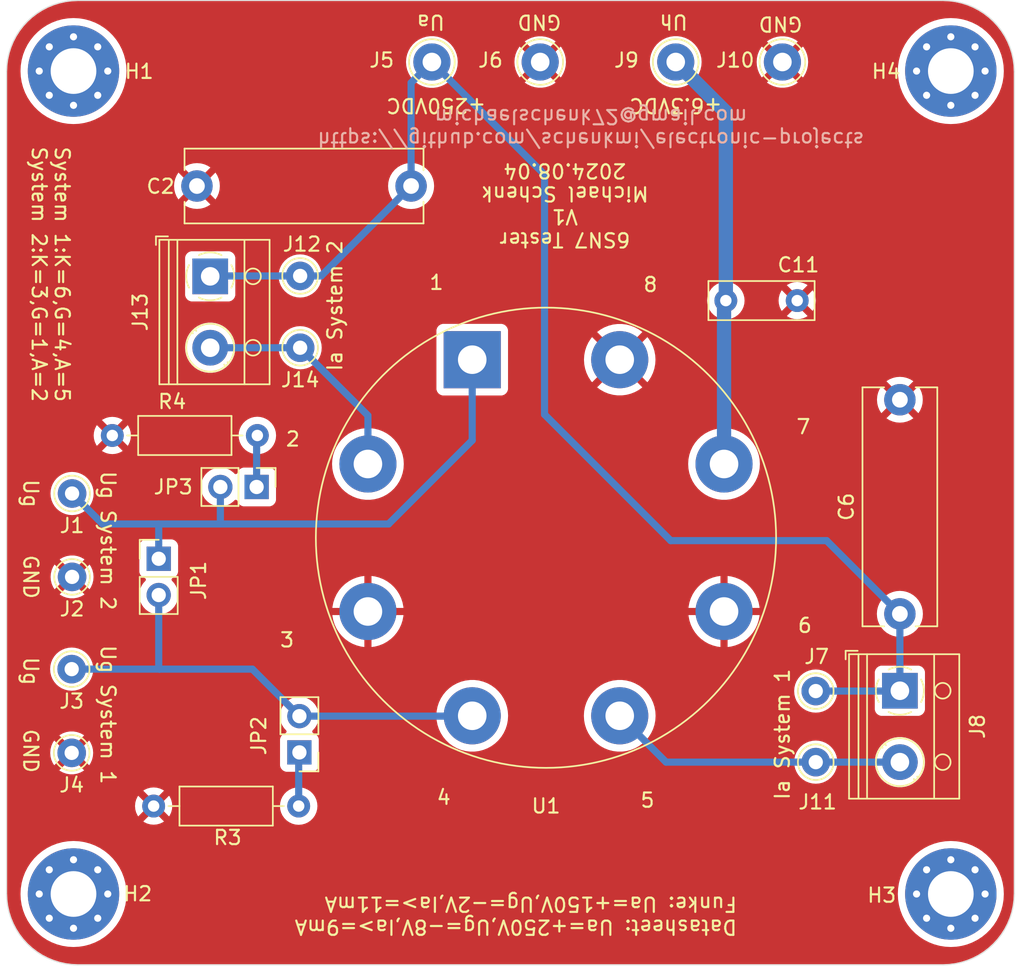
<source format=kicad_pcb>
(kicad_pcb (version 20240108) (generator "pcbnew") (generator_version "8.0")
  (layers (0 "F.Cu" signal) (31 "B.Cu" signal) (34 "B.Paste" user) (35 "F.Paste" user) (36 "B.SilkS" user "B.Silkscreen") (37 "F.SilkS" user "F.Silkscreen") (38 "B.Mask" user) (39 "F.Mask" user) (44 "Edge.Cuts" user))
  (net 0 "")
  (net 1 "VDDA")
  (net 2 "FVCC")
  (net 3 "Net-(J1-Pin_1)")
  (net 4 "FGND")
  (net 5 "Net-(J3-Pin_1)")
  (net 6 "Net-(J11-Pin_1)")
  (net 7 "Net-(J13-Pin_2)")
  (net 8 "Net-(JP2-A)")
  (net 9 "Net-(JP3-A)")
  (footprint "Capacitor_THT:C_Rect_L16.5mm_W5.0mm_P15.00mm_MKT" (layer "F.Cu") (at 77.6224 88.6968 180)
    (property "Reference" "C2" (at 17.5514 -0.0254 0) (layer "F.SilkS"))
    (property "Value" "100nF")
    (fp_line (start 15.87 1.104) (end 15.87 2.62) (stroke (width 0.12)) (layer "F.SilkS"))
    (fp_line (start 15.87 -2.62) (end 15.87 -1.104) (stroke (width 0.12)) (layer "F.SilkS"))
    (fp_line (start -0.87 2.62) (end 15.87 2.62) (stroke (width 0.12)) (layer "F.SilkS"))
    (fp_line (start -0.87 1.104) (end -0.87 2.62) (stroke (width 0.12)) (layer "F.SilkS"))
    (fp_line (start -0.87 -2.62) (end 15.87 -2.62) (stroke (width 0.12)) (layer "F.SilkS"))
    (fp_line (start -0.87 -2.62) (end -0.87 -1.104) (stroke (width 0.12)) (layer "F.SilkS"))
    (pad "1" thru_hole circle (at 0 0 180) (size 2.2 2.2) (drill 1.1) (layers "*.Cu" "*.Mask") (net 1 "VDDA"))
    (pad "2" thru_hole circle (at 15 0 180) (size 2.2 2.2) (drill 1.1) (layers "*.Cu" "*.Mask") (net 4 "FGND"))
  )
  (footprint "MountingHole:MountingHole_3.2mm_M3_Pad_Via" (layer "F.Cu") (at 53.975 80.645)
    (property "Reference" "H1" (at 4.5974 0.0254 0) (layer "F.SilkS"))
    (property "Value" "MountingHole")
    (pad "1" thru_hole circle (at -2.4 0) (size 0.8 0.8) (drill 0.5) (layers "*.Cu" "*.Mask"))
    (pad "1" thru_hole circle (at -1.697056 -1.697056) (size 0.8 0.8) (drill 0.5) (layers "*.Cu" "*.Mask"))
    (pad "1" thru_hole circle (at -1.697056 1.697056) (size 0.8 0.8) (drill 0.5) (layers "*.Cu" "*.Mask"))
    (pad "1" thru_hole circle (at 0 -2.4) (size 0.8 0.8) (drill 0.5) (layers "*.Cu" "*.Mask"))
    (pad "1" thru_hole circle (at 0 0) (size 6.4 6.4) (drill 3.2) (layers "*.Cu" "*.Mask"))
    (pad "1" thru_hole circle (at 0 2.4) (size 0.8 0.8) (drill 0.5) (layers "*.Cu" "*.Mask"))
    (pad "1" thru_hole circle (at 1.697056 -1.697056) (size 0.8 0.8) (drill 0.5) (layers "*.Cu" "*.Mask"))
    (pad "1" thru_hole circle (at 1.697056 1.697056) (size 0.8 0.8) (drill 0.5) (layers "*.Cu" "*.Mask"))
    (pad "1" thru_hole circle (at 2.4 0) (size 0.8 0.8) (drill 0.5) (layers "*.Cu" "*.Mask"))
  )
  (footprint "MountingHole:MountingHole_3.2mm_M3_Pad_Via" (layer "F.Cu") (at 53.975 138.29)
    (property "Reference" "H2" (at 4.4958 -0.0124 0) (layer "F.SilkS"))
    (property "Value" "MountingHole")
    (pad "1" thru_hole circle (at -2.4 0) (size 0.8 0.8) (drill 0.5) (layers "*.Cu" "*.Mask"))
    (pad "1" thru_hole circle (at -1.697056 -1.697056) (size 0.8 0.8) (drill 0.5) (layers "*.Cu" "*.Mask"))
    (pad "1" thru_hole circle (at -1.697056 1.697056) (size 0.8 0.8) (drill 0.5) (layers "*.Cu" "*.Mask"))
    (pad "1" thru_hole circle (at 0 -2.4) (size 0.8 0.8) (drill 0.5) (layers "*.Cu" "*.Mask"))
    (pad "1" thru_hole circle (at 0 0) (size 6.4 6.4) (drill 3.2) (layers "*.Cu" "*.Mask"))
    (pad "1" thru_hole circle (at 0 2.4) (size 0.8 0.8) (drill 0.5) (layers "*.Cu" "*.Mask"))
    (pad "1" thru_hole circle (at 1.697056 -1.697056) (size 0.8 0.8) (drill 0.5) (layers "*.Cu" "*.Mask"))
    (pad "1" thru_hole circle (at 1.697056 1.697056) (size 0.8 0.8) (drill 0.5) (layers "*.Cu" "*.Mask"))
    (pad "1" thru_hole circle (at 2.4 0) (size 0.8 0.8) (drill 0.5) (layers "*.Cu" "*.Mask"))
  )
  (footprint "MountingHole:MountingHole_3.2mm_M3_Pad_Via" (layer "F.Cu") (at 115.43 138.29)
    (property "Reference" "H3" (at -4.8384 0.0892 0) (layer "F.SilkS"))
    (property "Value" "MountingHole")
    (pad "1" thru_hole circle (at -2.4 0) (size 0.8 0.8) (drill 0.5) (layers "*.Cu" "*.Mask"))
    (pad "1" thru_hole circle (at -1.697056 -1.697056) (size 0.8 0.8) (drill 0.5) (layers "*.Cu" "*.Mask"))
    (pad "1" thru_hole circle (at -1.697056 1.697056) (size 0.8 0.8) (drill 0.5) (layers "*.Cu" "*.Mask"))
    (pad "1" thru_hole circle (at 0 -2.4) (size 0.8 0.8) (drill 0.5) (layers "*.Cu" "*.Mask"))
    (pad "1" thru_hole circle (at 0 0) (size 6.4 6.4) (drill 3.2) (layers "*.Cu" "*.Mask"))
    (pad "1" thru_hole circle (at 0 2.4) (size 0.8 0.8) (drill 0.5) (layers "*.Cu" "*.Mask"))
    (pad "1" thru_hole circle (at 1.697056 -1.697056) (size 0.8 0.8) (drill 0.5) (layers "*.Cu" "*.Mask"))
    (pad "1" thru_hole circle (at 1.697056 1.697056) (size 0.8 0.8) (drill 0.5) (layers "*.Cu" "*.Mask"))
    (pad "1" thru_hole circle (at 2.4 0) (size 0.8 0.8) (drill 0.5) (layers "*.Cu" "*.Mask"))
  )
  (footprint "MountingHole:MountingHole_3.2mm_M3_Pad_Via" (layer "F.Cu") (at 115.43 80.645)
    (property "Reference" "H4" (at -4.5336 0.0254 0) (layer "F.SilkS"))
    (property "Value" "MountingHole")
    (pad "1" thru_hole circle (at -2.4 0) (size 0.8 0.8) (drill 0.5) (layers "*.Cu" "*.Mask"))
    (pad "1" thru_hole circle (at -1.697056 -1.697056) (size 0.8 0.8) (drill 0.5) (layers "*.Cu" "*.Mask"))
    (pad "1" thru_hole circle (at -1.697056 1.697056) (size 0.8 0.8) (drill 0.5) (layers "*.Cu" "*.Mask"))
    (pad "1" thru_hole circle (at 0 -2.4) (size 0.8 0.8) (drill 0.5) (layers "*.Cu" "*.Mask"))
    (pad "1" thru_hole circle (at 0 0) (size 6.4 6.4) (drill 3.2) (layers "*.Cu" "*.Mask"))
    (pad "1" thru_hole circle (at 0 2.4) (size 0.8 0.8) (drill 0.5) (layers "*.Cu" "*.Mask"))
    (pad "1" thru_hole circle (at 1.697056 -1.697056) (size 0.8 0.8) (drill 0.5) (layers "*.Cu" "*.Mask"))
    (pad "1" thru_hole circle (at 1.697056 1.697056) (size 0.8 0.8) (drill 0.5) (layers "*.Cu" "*.Mask"))
    (pad "1" thru_hole circle (at 2.4 0) (size 0.8 0.8) (drill 0.5) (layers "*.Cu" "*.Mask"))
  )
  (footprint "Connector_Pin:Pin_D1.0mm_L10.0mm" (layer "F.Cu") (at 53.848 122.538722)
    (property "Reference" "J3" (at 0 2.25 0) (layer "F.SilkS"))
    (property "Value" "Conn_01x01")
    (fp_circle (center 0 0) (end 1.25 0.05) (stroke (width 0.12)) (fill none) (layer "F.SilkS"))
    (pad "1" thru_hole circle (at 0 0) (size 2 2) (drill 1) (layers "*.Cu" "*.Mask") (net 5 "Net-(J3-Pin_1)"))
  )
  (footprint "Connector_Pin:Pin_D1.0mm_L10.0mm" (layer "F.Cu") (at 53.848 128.404898)
    (property "Reference" "J4" (at 0 2.25 0) (layer "F.SilkS"))
    (property "Value" "Conn_01x01")
    (fp_circle (center 0 0) (end 1.25 0.05) (stroke (width 0.12)) (fill none) (layer "F.SilkS"))
    (pad "1" thru_hole circle (at 0 0) (size 2 2) (drill 1) (layers "*.Cu" "*.Mask") (net 4 "FGND"))
  )
  (footprint "Connector_Pin:Pin_D1.3mm_L11.0mm" (layer "F.Cu") (at 79.079039 80.01)
    (property "Reference" "J5" (at -3.514039 -0.127 0) (layer "F.SilkS"))
    (property "Value" "Conn_01x01")
    (fp_circle (center 0 0) (end 1.6 0.05) (stroke (width 0.12)) (fill none) (layer "F.SilkS"))
    (pad "1" thru_hole circle (at 0 0) (size 2.6 2.6) (drill 1.3) (layers "*.Cu" "*.Mask") (net 1 "VDDA"))
  )
  (footprint "Connector_Pin:Pin_D1.3mm_L11.0mm" (layer "F.Cu") (at 86.665865 80.01)
    (property "Reference" "J6" (at -3.480865 -0.127 0) (layer "F.SilkS"))
    (property "Value" "Conn_01x01")
    (fp_circle (center 0 0) (end 1.6 0.05) (stroke (width 0.12)) (fill none) (layer "F.SilkS"))
    (pad "1" thru_hole circle (at 0 0) (size 2.6 2.6) (drill 1.3) (layers "*.Cu" "*.Mask") (net 4 "FGND"))
  )
  (footprint "TerminalBlock_RND:TerminalBlock_RND_205-00012_1x02_P5.00mm_Horizontal" (layer "F.Cu") (at 111.8616 124.0536 -90)
    (property "Reference" "J8" (at 2.5 -5.4356 90) (layer "F.SilkS"))
    (property "Value" "Screw_Terminal_01x02")
    (fp_line (start -2.8 3.8) (end -2.2 3.8) (stroke (width 0.12)) (layer "F.SilkS"))
    (fp_line (start -2.56 3.561) (end 7.56 3.561) (stroke (width 0.12)) (layer "F.SilkS"))
    (fp_line (start -2.8 2.96) (end -2.8 3.8) (stroke (width 0.12)) (layer "F.SilkS"))
    (fp_line (start -2.56 2.9) (end 7.56 2.9) (stroke (width 0.12)) (layer "F.SilkS"))
    (fp_line (start -2.56 2.3) (end 7.56 2.3) (stroke (width 0.12)) (layer "F.SilkS"))
    (fp_line (start 3.99 1.216) (end 3.931 1.274) (stroke (width 0.12)) (layer "F.SilkS"))
    (fp_line (start 3.82 0.976) (end 3.726 1.069) (stroke (width 0.12)) (layer "F.SilkS"))
    (fp_line (start 6.275 -1.069) (end 6.181 -0.976) (stroke (width 0.12)) (layer "F.SilkS"))
    (fp_line (start 6.07 -1.275) (end 6.011 -1.216) (stroke (width 0.12)) (layer "F.SilkS"))
    (fp_line (start -2.56 -2.4) (end 7.56 -2.4) (stroke (width 0.12)) (layer "F.SilkS"))
    (fp_line (start -2.56 -4.16) (end -2.56 3.561) (stroke (width 0.12)) (layer "F.SilkS"))
    (fp_line (start -2.56 -4.16) (end 7.56 -4.16) (stroke (width 0.12)) (layer "F.SilkS"))
    (fp_line (start 7.56 -4.16) (end 7.56 3.561) (stroke (width 0.12)) (layer "F.SilkS"))
    (fp_arc (start 0.029383 1.68045) (mid -0.392304 1.634281) (end -0.789 1.484) (stroke (width 0.12)) (layer "F.SilkS"))
    (fp_arc (start 0.788712 1.483352) (mid 0.406429 1.630097) (end 0 1.68) (stroke (width 0.12)) (layer "F.SilkS"))
    (fp_arc (start -1.483953 0.789089) (mid -1.680708 0.00005) (end -1.484 -0.789) (stroke (width 0.12)) (layer "F.SilkS"))
    (fp_arc (start 1.483953 -0.789089) (mid 1.680708 -0.00005) (end 1.484 0.789) (stroke (width 0.12)) (layer "F.SilkS"))
    (fp_arc (start -0.789089 -1.483953) (mid -0.00005 -1.680708) (end 0.789 -1.484) (stroke (width 0.12)) (layer "F.SilkS"))
    (fp_circle (center 5 0) (end 6.68 0) (stroke (width 0.12)) (fill none) (layer "F.SilkS"))
    (fp_circle (center 0 -3) (end 0.55 -3) (stroke (width 0.12)) (fill none) (layer "F.SilkS"))
    (fp_circle (center 5 -3) (end 5.55 -3) (stroke (width 0.12)) (fill none) (layer "F.SilkS"))
    (pad "1" thru_hole rect (at 0 0 270) (size 2.5 2.5) (drill 1.3) (layers "*.Cu" "*.Mask") (net 1 "VDDA"))
    (pad "2" thru_hole circle (at 5 0 270) (size 2.5 2.5) (drill 1.3) (layers "*.Cu" "*.Mask") (net 6 "Net-(J11-Pin_1)"))
  )
  (footprint "Connector_Pin:Pin_D1.0mm_L10.0mm" (layer "F.Cu") (at 53.874386 110.236)
    (property "Reference" "J1" (at 0 2.25 0) (layer "F.SilkS"))
    (property "Value" "Conn_01x01")
    (fp_circle (center 0 0) (end 1.25 0.05) (stroke (width 0.12)) (fill none) (layer "F.SilkS"))
    (pad "1" thru_hole circle (at 0 0) (size 2 2) (drill 1) (layers "*.Cu" "*.Mask") (net 3 "Net-(J1-Pin_1)"))
  )
  (footprint "Connector_Pin:Pin_D1.0mm_L10.0mm" (layer "F.Cu") (at 53.874386 116.077928)
    (property "Reference" "J2" (at 0 2.25 0) (layer "F.SilkS"))
    (property "Value" "Conn_01x01")
    (fp_circle (center 0 0) (end 1.25 0.05) (stroke (width 0.12)) (fill none) (layer "F.SilkS"))
    (pad "1" thru_hole circle (at 0 0) (size 2 2) (drill 1) (layers "*.Cu" "*.Mask") (net 4 "FGND"))
  )
  (footprint "Connector_Pin:Pin_D1.3mm_L11.0mm" (layer "F.Cu") (at 96.160581 80.01)
    (property "Reference" "J9" (at -3.450581 -0.127 180) (layer "F.SilkS"))
    (property "Value" "Conn_01x01")
    (fp_circle (center 0 0) (end 1.6 0.05) (stroke (width 0.12)) (fill none) (layer "F.SilkS"))
    (pad "1" thru_hole circle (at 0 0) (size 2.6 2.6) (drill 1.3) (layers "*.Cu" "*.Mask") (net 2 "FVCC"))
  )
  (footprint "Connector_Pin:Pin_D1.3mm_L11.0mm" (layer "F.Cu") (at 103.632 80.01)
    (property "Reference" "J10" (at -3.302 -0.127 0) (layer "F.SilkS"))
    (property "Value" "Conn_01x01")
    (fp_circle (center 0 0) (end 1.6 0.05) (stroke (width 0.12)) (fill none) (layer "F.SilkS"))
    (pad "1" thru_hole circle (at 0 0) (size 2.6 2.6) (drill 1.3) (layers "*.Cu" "*.Mask") (net 4 "FGND"))
  )
  (footprint "Connector_Pin:Pin_D1.0mm_L10.0mm" (layer "F.Cu") (at 105.9688 129.0536)
    (property "Reference" "J11" (at 0.127 2.794 0) (layer "F.SilkS"))
    (property "Value" "Conn_01x01")
    (fp_circle (center 0 0) (end 1.25 0.05) (stroke (width 0.12)) (fill none) (layer "F.SilkS"))
    (pad "1" thru_hole circle (at 0 0) (size 2 2) (drill 1) (layers "*.Cu" "*.Mask") (net 6 "Net-(J11-Pin_1)"))
  )
  (footprint "Connector_Pin:Pin_D1.0mm_L10.0mm" (layer "F.Cu") (at 69.85 94.996)
    (property "Reference" "J12" (at 0.127 -2.2225 0) (layer "F.SilkS"))
    (property "Value" "Conn_01x01")
    (fp_circle (center 0 0) (end 1.25 0.05) (stroke (width 0.12)) (fill none) (layer "F.SilkS"))
    (pad "1" thru_hole circle (at 0 0) (size 2 2) (drill 1) (layers "*.Cu" "*.Mask") (net 1 "VDDA"))
  )
  (footprint "Capacitor_THT:C_Rect_L7.2mm_W2.5mm_P5.00mm_FKS2_FKP2_MKS2_MKP2" (layer "F.Cu") (at 99.6696 96.7232)
    (property "Reference" "C11" (at 5.08 -2.5 0) (layer "F.SilkS"))
    (property "Value" "100nF")
    (fp_line (start -1.22 -1.37) (end -1.22 1.37) (stroke (width 0.12)) (layer "F.SilkS"))
    (fp_line (start -1.22 -1.37) (end 6.22 -1.37) (stroke (width 0.12)) (layer "F.SilkS"))
    (fp_line (start -1.22 1.37) (end 6.22 1.37) (stroke (width 0.12)) (layer "F.SilkS"))
    (fp_line (start 6.22 -1.37) (end 6.22 1.37) (stroke (width 0.12)) (layer "F.SilkS"))
    (pad "1" thru_hole circle (at 0 0) (size 1.6 1.6) (drill 0.8) (layers "*.Cu" "*.Mask") (net 2 "FVCC"))
    (pad "2" thru_hole circle (at 5 0) (size 1.6 1.6) (drill 0.8) (layers "*.Cu" "*.Mask") (net 4 "FGND"))
  )
  (footprint "kicad-snk:TubeOctal" (layer "F.Cu") (at 87.0712 113.3348 180)
    (property "Reference" "U1" (at 0 -18.795 0) (layer "F.SilkS"))
    (property "Value" "6SN7")
    (fp_circle (center 0 0) (end 0 16.12) (stroke (width 0.12)) (fill none) (layer "F.SilkS"))
    (pad "1" thru_hole rect (at 5.166226 12.472373 180) (size 4 4) (drill 2) (layers "*.Cu" "*.Mask") (net 3 "Net-(J1-Pin_1)"))
    (pad "2" thru_hole oval (at 12.472373 5.166226 180) (size 4 4) (drill 2) (layers "*.Cu" "*.Mask") (net 7 "Net-(J13-Pin_2)"))
    (pad "3" thru_hole oval (at 12.472373 -5.166226 180) (size 4 4) (drill 2) (layers "*.Cu" "*.Mask") (net 4 "FGND"))
    (pad "4" thru_hole oval (at 5.166226 -12.472373 180) (size 4 4) (drill 2) (layers "*.Cu" "*.Mask") (net 5 "Net-(J3-Pin_1)"))
    (pad "5" thru_hole oval (at -5.166226 -12.472373 180) (size 4 4) (drill 2) (layers "*.Cu" "*.Mask") (net 6 "Net-(J11-Pin_1)"))
    (pad "6" thru_hole oval (at -12.472373 -5.166226 180) (size 4 4) (drill 2) (layers "*.Cu" "*.Mask") (net 4 "FGND"))
    (pad "7" thru_hole oval (at -12.472373 5.166226 180) (size 4 4) (drill 2) (layers "*.Cu" "*.Mask") (net 2 "FVCC"))
    (pad "8" thru_hole circle (at -5.166226 12.472373 180) (size 4 4) (drill 2) (layers "*.Cu" "*.Mask") (net 4 "FGND"))
  )
  (footprint "Connector_Pin:Pin_D1.0mm_L10.0mm" (layer "F.Cu") (at 105.9688 124.0752)
    (property "Reference" "J7" (at 0.0635 -2.413 0) (layer "F.SilkS"))
    (property "Value" "Conn_01x01")
    (fp_circle (center 0 0) (end 1.25 0.05) (stroke (width 0.12)) (fill none) (layer "F.SilkS"))
    (pad "1" thru_hole circle (at 0 0) (size 2 2) (drill 1) (layers "*.Cu" "*.Mask") (net 1 "VDDA"))
  )
  (footprint "Capacitor_THT:C_Rect_L16.5mm_W5.0mm_P15.00mm_MKT" (layer "F.Cu") (at 111.8616 118.6688 90)
    (property "Reference" "C6" (at 7.5 -3.75 90) (layer "F.SilkS"))
    (property "Value" "100nF")
    (fp_line (start 15.87 -2.62) (end 15.87 -1.104) (stroke (width 0.12)) (layer "F.SilkS"))
    (fp_line (start -0.87 -2.62) (end 15.87 -2.62) (stroke (width 0.12)) (layer "F.SilkS"))
    (fp_line (start -0.87 -2.62) (end -0.87 -1.104) (stroke (width 0.12)) (layer "F.SilkS"))
    (fp_line (start 15.87 1.104) (end 15.87 2.62) (stroke (width 0.12)) (layer "F.SilkS"))
    (fp_line (start -0.87 1.104) (end -0.87 2.62) (stroke (width 0.12)) (layer "F.SilkS"))
    (fp_line (start -0.87 2.62) (end 15.87 2.62) (stroke (width 0.12)) (layer "F.SilkS"))
    (pad "1" thru_hole circle (at 0 0 90) (size 2.2 2.2) (drill 1.1) (layers "*.Cu" "*.Mask") (net 1 "VDDA"))
    (pad "2" thru_hole circle (at 15 0 90) (size 2.2 2.2) (drill 1.1) (layers "*.Cu" "*.Mask") (net 4 "FGND"))
  )
  (footprint "TerminalBlock_RND:TerminalBlock_RND_205-00012_1x02_P5.00mm_Horizontal" (layer "F.Cu") (at 63.5508 95.0252 -90)
    (property "Reference" "J13" (at 2.5 4.9022 90) (layer "F.SilkS"))
    (property "Value" "Screw_Terminal_01x02")
    (fp_line (start -2.8 3.8) (end -2.2 3.8) (stroke (width 0.12)) (layer "F.SilkS"))
    (fp_line (start -2.56 3.561) (end 7.56 3.561) (stroke (width 0.12)) (layer "F.SilkS"))
    (fp_line (start -2.8 2.96) (end -2.8 3.8) (stroke (width 0.12)) (layer "F.SilkS"))
    (fp_line (start -2.56 2.9) (end 7.56 2.9) (stroke (width 0.12)) (layer "F.SilkS"))
    (fp_line (start -2.56 2.3) (end 7.56 2.3) (stroke (width 0.12)) (layer "F.SilkS"))
    (fp_line (start 3.99 1.216) (end 3.931 1.274) (stroke (width 0.12)) (layer "F.SilkS"))
    (fp_line (start 3.82 0.976) (end 3.726 1.069) (stroke (width 0.12)) (layer "F.SilkS"))
    (fp_line (start 6.275 -1.069) (end 6.181 -0.976) (stroke (width 0.12)) (layer "F.SilkS"))
    (fp_line (start 6.07 -1.275) (end 6.011 -1.216) (stroke (width 0.12)) (layer "F.SilkS"))
    (fp_line (start -2.56 -2.4) (end 7.56 -2.4) (stroke (width 0.12)) (layer "F.SilkS"))
    (fp_line (start -2.56 -4.16) (end -2.56 3.561) (stroke (width 0.12)) (layer "F.SilkS"))
    (fp_line (start -2.56 -4.16) (end 7.56 -4.16) (stroke (width 0.12)) (layer "F.SilkS"))
    (fp_line (start 7.56 -4.16) (end 7.56 3.561) (stroke (width 0.12)) (layer "F.SilkS"))
    (fp_arc (start 0.029383 1.68045) (mid -0.392304 1.634281) (end -0.789 1.484) (stroke (width 0.12)) (layer "F.SilkS"))
    (fp_arc (start 0.788712 1.483352) (mid 0.406429 1.630097) (end 0 1.68) (stroke (width 0.12)) (layer "F.SilkS"))
    (fp_arc (start -1.483953 0.789089) (mid -1.680708 0.00005) (end -1.484 -0.789) (stroke (width 0.12)) (layer "F.SilkS"))
    (fp_arc (start 1.483953 -0.789089) (mid 1.680708 -0.00005) (end 1.484 0.789) (stroke (width 0.12)) (layer "F.SilkS"))
    (fp_arc (start -0.789089 -1.483953) (mid -0.00005 -1.680708) (end 0.789 -1.484) (stroke (width 0.12)) (layer "F.SilkS"))
    (fp_circle (center 5 0) (end 6.68 0) (stroke (width 0.12)) (fill none) (layer "F.SilkS"))
    (fp_circle (center 0 -3) (end 0.55 -3) (stroke (width 0.12)) (fill none) (layer "F.SilkS"))
    (fp_circle (center 5 -3) (end 5.55 -3) (stroke (width 0.12)) (fill none) (layer "F.SilkS"))
    (pad "1" thru_hole rect (at 0 0 270) (size 2.5 2.5) (drill 1.3) (layers "*.Cu" "*.Mask") (net 1 "VDDA"))
    (pad "2" thru_hole circle (at 5 0 270) (size 2.5 2.5) (drill 1.3) (layers "*.Cu" "*.Mask") (net 7 "Net-(J13-Pin_2)"))
  )
  (footprint "Connector_Pin:Pin_D1.0mm_L10.0mm" (layer "F.Cu") (at 69.85 100.0252)
    (property "Reference" "J14" (at 0 2.25 0) (layer "F.SilkS"))
    (property "Value" "Conn_01x01")
    (fp_circle (center 0 0) (end 1.25 0.05) (stroke (width 0.12)) (fill none) (layer "F.SilkS"))
    (pad "1" thru_hole circle (at 0 0) (size 2 2) (drill 1) (layers "*.Cu" "*.Mask") (net 7 "Net-(J13-Pin_2)"))
  )
  (footprint "Resistor_THT:R_Axial_DIN0207_L6.3mm_D2.5mm_P10.16mm_Horizontal" (layer "F.Cu") (at 59.5884 132.1308)
    (property "Reference" "R3" (at 5.1816 2.2098 0) (layer "F.SilkS"))
    (property "Value" "1Meg/0.6W")
    (fp_line (start 1.04 0) (end 1.81 0) (stroke (width 0.12)) (layer "F.SilkS"))
    (fp_line (start 1.81 -1.37) (end 1.81 1.37) (stroke (width 0.12)) (layer "F.SilkS"))
    (fp_line (start 1.81 1.37) (end 8.35 1.37) (stroke (width 0.12)) (layer "F.SilkS"))
    (fp_line (start 8.35 -1.37) (end 1.81 -1.37) (stroke (width 0.12)) (layer "F.SilkS"))
    (fp_line (start 8.35 1.37) (end 8.35 -1.37) (stroke (width 0.12)) (layer "F.SilkS"))
    (fp_line (start 9.12 0) (end 8.35 0) (stroke (width 0.12)) (layer "F.SilkS"))
    (pad "1" thru_hole circle (at 0 0) (size 1.6 1.6) (drill 0.8) (layers "*.Cu" "*.Mask") (net 4 "FGND"))
    (pad "2" thru_hole oval (at 10.16 0) (size 1.6 1.6) (drill 0.8) (layers "*.Cu" "*.Mask") (net 8 "Net-(JP2-A)"))
  )
  (footprint "Connector_PinHeader_2.54mm:PinHeader_1x02_P2.54mm_Vertical" (layer "F.Cu") (at 69.7992 128.3716 180)
    (property "Reference" "JP2" (at 2.8448 1.1684 90) (layer "F.SilkS"))
    (property "Value" "Jumper_2_Open")
    (fp_line (start 1.33 1.27) (end 1.33 3.87) (stroke (width 0.12)) (layer "F.SilkS"))
    (fp_line (start -1.33 3.87) (end 1.33 3.87) (stroke (width 0.12)) (layer "F.SilkS"))
    (fp_line (start -1.33 1.27) (end 1.33 1.27) (stroke (width 0.12)) (layer "F.SilkS"))
    (fp_line (start -1.33 1.27) (end -1.33 3.87) (stroke (width 0.12)) (layer "F.SilkS"))
    (fp_line (start -1.33 0) (end -1.33 -1.33) (stroke (width 0.12)) (layer "F.SilkS"))
    (fp_line (start -1.33 -1.33) (end 0 -1.33) (stroke (width 0.12)) (layer "F.SilkS"))
    (pad "1" thru_hole rect (at 0 0 180) (size 1.7 1.7) (drill 1) (layers "*.Cu" "*.Mask") (net 8 "Net-(JP2-A)"))
    (pad "2" thru_hole oval (at 0 2.54 180) (size 1.7 1.7) (drill 1) (layers "*.Cu" "*.Mask") (net 5 "Net-(J3-Pin_1)"))
  )
  (footprint "Resistor_THT:R_Axial_DIN0207_L6.3mm_D2.5mm_P10.16mm_Horizontal" (layer "F.Cu") (at 56.6928 106.172)
    (property "Reference" "R4" (at 4.191 -2.37 0) (layer "F.SilkS"))
    (property "Value" "1Meg/0.6W")
    (fp_line (start 1.04 0) (end 1.81 0) (stroke (width 0.12)) (layer "F.SilkS"))
    (fp_line (start 1.81 -1.37) (end 1.81 1.37) (stroke (width 0.12)) (layer "F.SilkS"))
    (fp_line (start 1.81 1.37) (end 8.35 1.37) (stroke (width 0.12)) (layer "F.SilkS"))
    (fp_line (start 8.35 -1.37) (end 1.81 -1.37) (stroke (width 0.12)) (layer "F.SilkS"))
    (fp_line (start 8.35 1.37) (end 8.35 -1.37) (stroke (width 0.12)) (layer "F.SilkS"))
    (fp_line (start 9.12 0) (end 8.35 0) (stroke (width 0.12)) (layer "F.SilkS"))
    (pad "1" thru_hole circle (at 0 0) (size 1.6 1.6) (drill 0.8) (layers "*.Cu" "*.Mask") (net 4 "FGND"))
    (pad "2" thru_hole oval (at 10.16 0) (size 1.6 1.6) (drill 0.8) (layers "*.Cu" "*.Mask") (net 9 "Net-(JP3-A)"))
  )
  (footprint "Connector_PinHeader_2.54mm:PinHeader_1x02_P2.54mm_Vertical" (layer "F.Cu") (at 59.944 114.808)
    (property "Reference" "JP1" (at 2.794 1.524 90) (layer "F.SilkS"))
    (property "Value" "Jumper_2_Open")
    (fp_line (start -1.33 -1.33) (end 0 -1.33) (stroke (width 0.12)) (layer "F.SilkS"))
    (fp_line (start -1.33 0) (end -1.33 -1.33) (stroke (width 0.12)) (layer "F.SilkS"))
    (fp_line (start -1.33 1.27) (end -1.33 3.87) (stroke (width 0.12)) (layer "F.SilkS"))
    (fp_line (start -1.33 1.27) (end 1.33 1.27) (stroke (width 0.12)) (layer "F.SilkS"))
    (fp_line (start -1.33 3.87) (end 1.33 3.87) (stroke (width 0.12)) (layer "F.SilkS"))
    (fp_line (start 1.33 1.27) (end 1.33 3.87) (stroke (width 0.12)) (layer "F.SilkS"))
    (pad "1" thru_hole rect (at 0 0) (size 1.7 1.7) (drill 1) (layers "*.Cu" "*.Mask") (net 3 "Net-(J1-Pin_1)"))
    (pad "2" thru_hole oval (at 0 2.54) (size 1.7 1.7) (drill 1) (layers "*.Cu" "*.Mask") (net 5 "Net-(J3-Pin_1)"))
  )
  (footprint "Connector_PinHeader_2.54mm:PinHeader_1x02_P2.54mm_Vertical" (layer "F.Cu") (at 66.802 109.7788 -90)
    (property "Reference" "JP3" (at 0 5.842 0) (layer "F.SilkS"))
    (property "Value" "Jumper_2_Open")
    (fp_line (start -1.33 3.87) (end 1.33 3.87) (stroke (width 0.12)) (layer "F.SilkS"))
    (fp_line (start -1.33 1.27) (end -1.33 3.87) (stroke (width 0.12)) (layer "F.SilkS"))
    (fp_line (start -1.33 1.27) (end 1.33 1.27) (stroke (width 0.12)) (layer "F.SilkS"))
    (fp_line (start 1.33 1.27) (end 1.33 3.87) (stroke (width 0.12)) (layer "F.SilkS"))
    (fp_line (start -1.33 0) (end -1.33 -1.33) (stroke (width 0.12)) (layer "F.SilkS"))
    (fp_line (start -1.33 -1.33) (end 0 -1.33) (stroke (width 0.12)) (layer "F.SilkS"))
    (pad "1" thru_hole rect (at 0 0 270) (size 1.7 1.7) (drill 1) (layers "*.Cu" "*.Mask") (net 9 "Net-(JP3-A)"))
    (pad "2" thru_hole oval (at 0 2.54 270) (size 1.7 1.7) (drill 1) (layers "*.Cu" "*.Mask") (net 3 "Net-(J1-Pin_1)"))
  )
  (gr_line (start 54.276 75.692) (end 114.888 75.692) (stroke (width 0.05)) (layer "Edge.Cuts"))
  (gr_arc (start 114.888 75.692) (mid 118.423534 77.156466) (end 119.888 80.692) (stroke (width 0.05)) (layer "Edge.Cuts"))
  (gr_arc (start 54.276 143.256) (mid 50.740466 141.791534) (end 49.276 138.256) (stroke (width 0.05)) (layer "Edge.Cuts"))
  (gr_line (start 49.276 138.256) (end 49.276 80.692) (stroke (width 0.05)) (layer "Edge.Cuts"))
  (gr_arc (start 49.276 80.692) (mid 50.740466 77.156466) (end 54.276 75.692) (stroke (width 0.05)) (layer "Edge.Cuts"))
  (gr_arc (start 119.888 138.256) (mid 118.423534 141.791534) (end 114.888 143.256) (stroke (width 0.05)) (layer "Edge.Cuts"))
  (gr_line (start 114.888 143.256) (end 54.276 143.256) (stroke (width 0.05)) (layer "Edge.Cuts"))
  (gr_line (start 119.888 80.692) (end 119.888 138.256) (stroke (width 0.05)) (layer "Edge.Cuts"))
  (gr_text "https://github.com/schenkmi/electronic-projects\nmichaelschenk72@gmail.com" (at 90.2208 84.6328 180) (layer "B.SilkS") (effects (font (size 1 1)) (justify mirror)))
  (gr_text "Ug" (at 50.978786 122.682 270) (layer "F.SilkS") (effects (font (size 1 1))))
  (gr_text "GND" (at 50.978786 128.27 270) (layer "F.SilkS") (effects (font (size 1 1))))
  (gr_text "GND" (at 50.978786 116.078 270) (layer "F.SilkS") (effects (font (size 1 1))))
  (gr_text "Ia System 2" (at 72.2884 97.0788 90) (layer "F.SilkS") (effects (font (size 1 1))))
  (gr_text "+250VDC" (at 79.375 83.058 180) (layer "F.SilkS") (effects (font (size 1 1))))
  (gr_text "+6.3VDC" (at 96.160581 83.058 180) (layer "F.SilkS") (effects (font (size 1 1))))
  (gr_text "GND" (at 86.614 77.216 180) (layer "F.SilkS") (effects (font (size 1 1))))
  (gr_text "GND" (at 103.505 77.343 180) (layer "F.SilkS") (effects (font (size 1 1))))
  (gr_text "4" (at 79.9084 131.5212 0) (layer "F.SilkS") (effects (font (size 1 1))))
  (gr_text "3" (at 68.9356 120.4976 0) (layer "F.SilkS") (effects (font (size 1 1))))
  (gr_text "Datasheet: Ua=+250V,Ug=-8V,Ia>=9mA\nFunke: Ua=+150V,Ug=-2V,Ia>=11mA\n" (at 100.5332 139.8016 180) (layer "F.SilkS") (effects (font (size 1 1)) (justify left)))
  (gr_text "Uh" (at 96.012 77.200866 180) (layer "F.SilkS") (effects (font (size 1 1))))
  (gr_text "2" (at 69.342 106.426 0) (layer "F.SilkS") (effects (font (size 1 1))))
  (gr_text "8" (at 94.3864 95.6056 0) (layer "F.SilkS") (effects (font (size 1 1))))
  (gr_text "5" (at 94.1832 131.7244 0) (layer "F.SilkS") (effects (font (size 1 1))))
  (gr_text "Ua" (at 78.994 77.216 180) (layer "F.SilkS") (effects (font (size 1 1))))
  (gr_text "6SN7 Tester\nV1\nMichael Schenk\n2024.08.04" (at 88.392 90.043 180) (layer "F.SilkS") (effects (font (size 1 1))))
  (gr_text "7" (at 105.1052 105.5624 0) (layer "F.SilkS") (effects (font (size 1 1))))
  (gr_text "Ug" (at 50.978786 110.236 270) (layer "F.SilkS") (effects (font (size 1 1))))
  (gr_text "Ug System 2" (at 56.388 113.538 270) (layer "F.SilkS") (effects (font (size 1 1))))
  (gr_text "Ug System 1" (at 56.387999 125.73 270) (layer "F.SilkS") (effects (font (size 1 1))))
  (gr_text "1" (at 79.4004 95.4532 0) (layer "F.SilkS") (effects (font (size 1 1))))
  (gr_text "6" (at 105.2068 119.4816 0) (layer "F.SilkS") (effects (font (size 1 1))))
  (gr_text "System 1:K=6,G=4,A=5\nSystem 2:K=3,G=1,A=2" (at 52.3748 85.852 270) (layer "F.SilkS") (effects (font (size 1 1)) (justify left)))
  (gr_text "Ia System 1" (at 103.632 127.1016 90) (layer "F.SilkS") (effects (font (size 1 1))))
  (segment (start 77.6224 88.6968) (end 71.3232 94.996) (width 0.5) (layer "B.Cu") (net 1))
  (segment (start 95.8088 113.538) (end 86.9696 104.6988) (width 0.5) (layer "B.Cu") (net 1))
  (segment (start 111.84 124.0752) (end 111.8616 124.0536) (width 0.5) (layer "B.Cu") (net 1))
  (segment (start 71.3232 94.996) (end 69.85 94.996) (width 0.5) (layer "B.Cu") (net 1))
  (segment (start 77.6224 81.466639) (end 79.079039 80.01) (width 0.5) (layer "B.Cu") (net 1))
  (segment (start 105.9688 124.0752) (end 111.84 124.0752) (width 0.5) (layer "B.Cu") (net 1))
  (segment (start 111.8616 124.0536) (end 111.8616 118.6688) (width 0.5) (layer "B.Cu") (net 1))
  (segment (start 106.7308 113.538) (end 95.8088 113.538) (width 0.5) (layer "B.Cu") (net 1))
  (segment (start 86.9696 87.900561) (end 79.079039 80.01) (width 0.5) (layer "B.Cu") (net 1))
  (segment (start 111.8616 118.6688) (end 106.7308 113.538) (width 0.5) (layer "B.Cu") (net 1))
  (segment (start 77.6224 88.6968) (end 77.6224 81.466639) (width 0.5) (layer "B.Cu") (net 1))
  (segment (start 86.9696 104.6988) (end 86.9696 87.900561) (width 0.5) (layer "B.Cu") (net 1))
  (segment (start 63.58 94.996) (end 63.5508 95.0252) (width 0.5) (layer "B.Cu") (net 1))
  (segment (start 69.85 94.996) (end 63.58 94.996) (width 0.5) (layer "B.Cu") (net 1))
  (segment (start 99.543573 96.849227) (end 99.6696 96.7232) (width 1) (layer "B.Cu") (net 2))
  (segment (start 99.6696 96.7232) (end 99.6696 83.519019) (width 1) (layer "B.Cu") (net 2))
  (segment (start 99.6696 83.519019) (end 96.160581 80.01) (width 1) (layer "B.Cu") (net 2))
  (segment (start 99.543573 108.168574) (end 99.543573 96.849227) (width 1) (layer "B.Cu") (net 2))
  (segment (start 53.874386 110.236) (end 56.007986 112.3696) (width 0.5) (layer "B.Cu") (net 3))
  (segment (start 76.0476 112.3696) (end 81.904974 106.512226) (width 0.5) (layer "B.Cu") (net 3))
  (segment (start 64.262 109.7788) (end 64.262 112.3696) (width 0.5) (layer "B.Cu") (net 3))
  (segment (start 59.944 114.808) (end 59.944 112.3696) (width 0.5) (layer "B.Cu") (net 3))
  (segment (start 59.944 112.3696) (end 64.262 112.3696) (width 0.5) (layer "B.Cu") (net 3))
  (segment (start 64.262 112.3696) (end 76.0476 112.3696) (width 0.5) (layer "B.Cu") (net 3))
  (segment (start 81.904974 106.512226) (end 81.904974 100.862427) (width 0.5) (layer "B.Cu") (net 3))
  (segment (start 56.007986 112.3696) (end 59.944 112.3696) (width 0.5) (layer "B.Cu") (net 3))
  (segment (start 69.7992 125.8316) (end 81.880547 125.8316) (width 0.5) (layer "B.Cu") (net 5))
  (segment (start 59.944 117.348) (end 59.944 122.487922) (width 0.5) (layer "B.Cu") (net 5))
  (segment (start 81.880547 125.8316) (end 81.904974 125.807173) (width 0.5) (layer "B.Cu") (net 5))
  (segment (start 53.848 122.538722) (end 59.9948 122.538722) (width 0.5) (layer "B.Cu") (net 5))
  (segment (start 59.9948 122.538722) (end 66.506322 122.538722) (width 0.5) (layer "B.Cu") (net 5))
  (segment (start 66.506322 122.538722) (end 69.7992 125.8316) (width 0.5) (layer "B.Cu") (net 5))
  (segment (start 59.944 122.487922) (end 59.9948 122.538722) (width 0.5) (layer "B.Cu") (net 5))
  (segment (start 95.483853 129.0536) (end 92.237426 125.807173) (width 0.5) (layer "B.Cu") (net 6))
  (segment (start 105.9688 129.0536) (end 111.8616 129.0536) (width 0.5) (layer "B.Cu") (net 6))
  (segment (start 105.9688 129.0536) (end 95.483853 129.0536) (width 0.5) (layer "B.Cu") (net 6))
  (segment (start 69.85 100.0252) (end 63.5508 100.0252) (width 0.5) (layer "B.Cu") (net 7))
  (segment (start 74.598827 108.168574) (end 74.598827 104.774027) (width 0.5) (layer "B.Cu") (net 7))
  (segment (start 74.598827 104.774027) (end 69.85 100.0252) (width 0.5) (layer "B.Cu") (net 7))
  (segment (start 69.7484 128.4224) (end 69.7992 128.3716) (width 0.5) (layer "B.Cu") (net 8))
  (segment (start 69.7484 132.1308) (end 69.7484 128.4224) (width 0.5) (layer "B.Cu") (net 8))
  (segment (start 66.802 109.7788) (end 66.802 106.2228) (width 0.5) (layer "B.Cu") (net 9))
  (segment (start 66.802 106.2228) (end 66.8528 106.172) (width 0.5) (layer "B.Cu") (net 9))
  (zone (net 4) (net_name "FGND") (layer "F.Cu") (connect_pads (clearance 0.508)) (min_thickness 0.25) (fill yes (thermal_gap 0.5) (thermal_bridge_width 0.5))
    (polygon (pts (xy 49.276 75.692) (xy 119.888 75.692) (xy 119.888 143.256) (xy 49.276 143.256)))
  )
)
</source>
